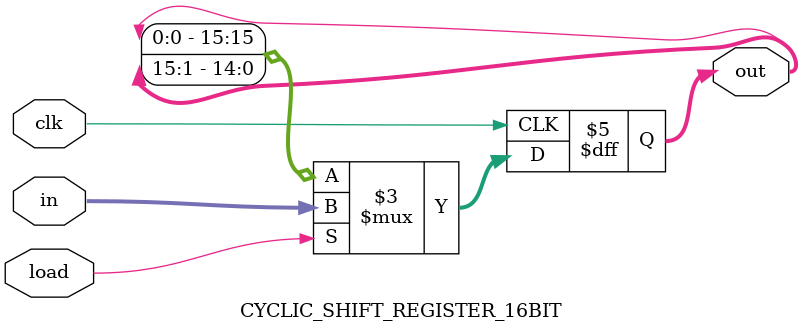
<source format=v>

`timescale 1ns/1ps

module CYCLIC_SHIFT_REGISTER_16BIT(clk, load, in, out);
	input clk, load;
	input[15:0] in;
	output reg[15:0] out;

	always @(posedge clk) begin
		if (load)
			out <= in;
		else
			out <= {out[0], out[15:1]};
	end
endmodule

</source>
